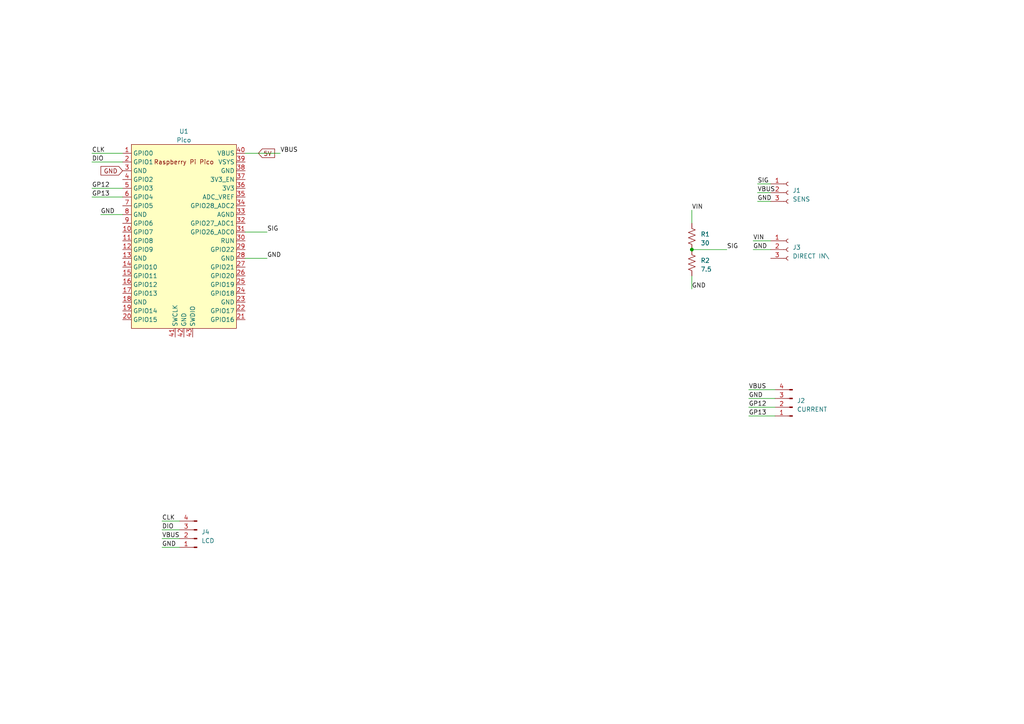
<source format=kicad_sch>
(kicad_sch (version 20230121) (generator eeschema)

  (uuid 9fd768c6-755a-4985-9eb1-b7d84e965d28)

  (paper "A4")

  (lib_symbols
    (symbol "Connector:Conn_01x03_Socket" (pin_names (offset 1.016) hide) (in_bom yes) (on_board yes)
      (property "Reference" "J" (at 0 5.08 0)
        (effects (font (size 1.27 1.27)))
      )
      (property "Value" "Conn_01x03_Socket" (at 0 -5.08 0)
        (effects (font (size 1.27 1.27)))
      )
      (property "Footprint" "" (at 0 0 0)
        (effects (font (size 1.27 1.27)) hide)
      )
      (property "Datasheet" "~" (at 0 0 0)
        (effects (font (size 1.27 1.27)) hide)
      )
      (property "ki_locked" "" (at 0 0 0)
        (effects (font (size 1.27 1.27)))
      )
      (property "ki_keywords" "connector" (at 0 0 0)
        (effects (font (size 1.27 1.27)) hide)
      )
      (property "ki_description" "Generic connector, single row, 01x03, script generated" (at 0 0 0)
        (effects (font (size 1.27 1.27)) hide)
      )
      (property "ki_fp_filters" "Connector*:*_1x??_*" (at 0 0 0)
        (effects (font (size 1.27 1.27)) hide)
      )
      (symbol "Conn_01x03_Socket_1_1"
        (arc (start 0 -2.032) (mid -0.5058 -2.54) (end 0 -3.048)
          (stroke (width 0.1524) (type default))
          (fill (type none))
        )
        (polyline
          (pts
            (xy -1.27 -2.54)
            (xy -0.508 -2.54)
          )
          (stroke (width 0.1524) (type default))
          (fill (type none))
        )
        (polyline
          (pts
            (xy -1.27 0)
            (xy -0.508 0)
          )
          (stroke (width 0.1524) (type default))
          (fill (type none))
        )
        (polyline
          (pts
            (xy -1.27 2.54)
            (xy -0.508 2.54)
          )
          (stroke (width 0.1524) (type default))
          (fill (type none))
        )
        (arc (start 0 0.508) (mid -0.5058 0) (end 0 -0.508)
          (stroke (width 0.1524) (type default))
          (fill (type none))
        )
        (arc (start 0 3.048) (mid -0.5058 2.54) (end 0 2.032)
          (stroke (width 0.1524) (type default))
          (fill (type none))
        )
        (pin passive line (at -5.08 2.54 0) (length 3.81)
          (name "Pin_1" (effects (font (size 1.27 1.27))))
          (number "1" (effects (font (size 1.27 1.27))))
        )
        (pin passive line (at -5.08 0 0) (length 3.81)
          (name "Pin_2" (effects (font (size 1.27 1.27))))
          (number "2" (effects (font (size 1.27 1.27))))
        )
        (pin passive line (at -5.08 -2.54 0) (length 3.81)
          (name "Pin_3" (effects (font (size 1.27 1.27))))
          (number "3" (effects (font (size 1.27 1.27))))
        )
      )
    )
    (symbol "Connector:Conn_01x04_Pin" (pin_names (offset 1.016) hide) (in_bom yes) (on_board yes)
      (property "Reference" "J" (at 0 5.08 0)
        (effects (font (size 1.27 1.27)))
      )
      (property "Value" "Conn_01x04_Pin" (at 0 -7.62 0)
        (effects (font (size 1.27 1.27)))
      )
      (property "Footprint" "" (at 0 0 0)
        (effects (font (size 1.27 1.27)) hide)
      )
      (property "Datasheet" "~" (at 0 0 0)
        (effects (font (size 1.27 1.27)) hide)
      )
      (property "ki_locked" "" (at 0 0 0)
        (effects (font (size 1.27 1.27)))
      )
      (property "ki_keywords" "connector" (at 0 0 0)
        (effects (font (size 1.27 1.27)) hide)
      )
      (property "ki_description" "Generic connector, single row, 01x04, script generated" (at 0 0 0)
        (effects (font (size 1.27 1.27)) hide)
      )
      (property "ki_fp_filters" "Connector*:*_1x??_*" (at 0 0 0)
        (effects (font (size 1.27 1.27)) hide)
      )
      (symbol "Conn_01x04_Pin_1_1"
        (polyline
          (pts
            (xy 1.27 -5.08)
            (xy 0.8636 -5.08)
          )
          (stroke (width 0.1524) (type default))
          (fill (type none))
        )
        (polyline
          (pts
            (xy 1.27 -2.54)
            (xy 0.8636 -2.54)
          )
          (stroke (width 0.1524) (type default))
          (fill (type none))
        )
        (polyline
          (pts
            (xy 1.27 0)
            (xy 0.8636 0)
          )
          (stroke (width 0.1524) (type default))
          (fill (type none))
        )
        (polyline
          (pts
            (xy 1.27 2.54)
            (xy 0.8636 2.54)
          )
          (stroke (width 0.1524) (type default))
          (fill (type none))
        )
        (rectangle (start 0.8636 -4.953) (end 0 -5.207)
          (stroke (width 0.1524) (type default))
          (fill (type outline))
        )
        (rectangle (start 0.8636 -2.413) (end 0 -2.667)
          (stroke (width 0.1524) (type default))
          (fill (type outline))
        )
        (rectangle (start 0.8636 0.127) (end 0 -0.127)
          (stroke (width 0.1524) (type default))
          (fill (type outline))
        )
        (rectangle (start 0.8636 2.667) (end 0 2.413)
          (stroke (width 0.1524) (type default))
          (fill (type outline))
        )
        (pin passive line (at 5.08 2.54 180) (length 3.81)
          (name "Pin_1" (effects (font (size 1.27 1.27))))
          (number "1" (effects (font (size 1.27 1.27))))
        )
        (pin passive line (at 5.08 0 180) (length 3.81)
          (name "Pin_2" (effects (font (size 1.27 1.27))))
          (number "2" (effects (font (size 1.27 1.27))))
        )
        (pin passive line (at 5.08 -2.54 180) (length 3.81)
          (name "Pin_3" (effects (font (size 1.27 1.27))))
          (number "3" (effects (font (size 1.27 1.27))))
        )
        (pin passive line (at 5.08 -5.08 180) (length 3.81)
          (name "Pin_4" (effects (font (size 1.27 1.27))))
          (number "4" (effects (font (size 1.27 1.27))))
        )
      )
    )
    (symbol "Device:R_US" (pin_numbers hide) (pin_names (offset 0)) (in_bom yes) (on_board yes)
      (property "Reference" "R" (at 2.54 0 90)
        (effects (font (size 1.27 1.27)))
      )
      (property "Value" "R_US" (at -2.54 0 90)
        (effects (font (size 1.27 1.27)))
      )
      (property "Footprint" "" (at 1.016 -0.254 90)
        (effects (font (size 1.27 1.27)) hide)
      )
      (property "Datasheet" "~" (at 0 0 0)
        (effects (font (size 1.27 1.27)) hide)
      )
      (property "ki_keywords" "R res resistor" (at 0 0 0)
        (effects (font (size 1.27 1.27)) hide)
      )
      (property "ki_description" "Resistor, US symbol" (at 0 0 0)
        (effects (font (size 1.27 1.27)) hide)
      )
      (property "ki_fp_filters" "R_*" (at 0 0 0)
        (effects (font (size 1.27 1.27)) hide)
      )
      (symbol "R_US_0_1"
        (polyline
          (pts
            (xy 0 -2.286)
            (xy 0 -2.54)
          )
          (stroke (width 0) (type default))
          (fill (type none))
        )
        (polyline
          (pts
            (xy 0 2.286)
            (xy 0 2.54)
          )
          (stroke (width 0) (type default))
          (fill (type none))
        )
        (polyline
          (pts
            (xy 0 -0.762)
            (xy 1.016 -1.143)
            (xy 0 -1.524)
            (xy -1.016 -1.905)
            (xy 0 -2.286)
          )
          (stroke (width 0) (type default))
          (fill (type none))
        )
        (polyline
          (pts
            (xy 0 0.762)
            (xy 1.016 0.381)
            (xy 0 0)
            (xy -1.016 -0.381)
            (xy 0 -0.762)
          )
          (stroke (width 0) (type default))
          (fill (type none))
        )
        (polyline
          (pts
            (xy 0 2.286)
            (xy 1.016 1.905)
            (xy 0 1.524)
            (xy -1.016 1.143)
            (xy 0 0.762)
          )
          (stroke (width 0) (type default))
          (fill (type none))
        )
      )
      (symbol "R_US_1_1"
        (pin passive line (at 0 3.81 270) (length 1.27)
          (name "~" (effects (font (size 1.27 1.27))))
          (number "1" (effects (font (size 1.27 1.27))))
        )
        (pin passive line (at 0 -3.81 90) (length 1.27)
          (name "~" (effects (font (size 1.27 1.27))))
          (number "2" (effects (font (size 1.27 1.27))))
        )
      )
    )
    (symbol "RPI PICO:Pico" (in_bom yes) (on_board yes)
      (property "Reference" "U" (at -13.97 27.94 0)
        (effects (font (size 1.27 1.27)))
      )
      (property "Value" "Pico" (at 0 19.05 0)
        (effects (font (size 1.27 1.27)))
      )
      (property "Footprint" "RPi_Pico:RPi_Pico_SMD_TH" (at 0 0 90)
        (effects (font (size 1.27 1.27)) hide)
      )
      (property "Datasheet" "" (at 0 0 0)
        (effects (font (size 1.27 1.27)) hide)
      )
      (symbol "Pico_0_0"
        (text "Raspberry Pi Pico" (at 0 21.59 0)
          (effects (font (size 1.27 1.27)))
        )
      )
      (symbol "Pico_0_1"
        (rectangle (start -15.24 26.67) (end 15.24 -26.67)
          (stroke (width 0) (type default))
          (fill (type background))
        )
      )
      (symbol "Pico_1_1"
        (pin bidirectional line (at -17.78 24.13 0) (length 2.54)
          (name "GPIO0" (effects (font (size 1.27 1.27))))
          (number "1" (effects (font (size 1.27 1.27))))
        )
        (pin bidirectional line (at -17.78 1.27 0) (length 2.54)
          (name "GPIO7" (effects (font (size 1.27 1.27))))
          (number "10" (effects (font (size 1.27 1.27))))
        )
        (pin bidirectional line (at -17.78 -1.27 0) (length 2.54)
          (name "GPIO8" (effects (font (size 1.27 1.27))))
          (number "11" (effects (font (size 1.27 1.27))))
        )
        (pin bidirectional line (at -17.78 -3.81 0) (length 2.54)
          (name "GPIO9" (effects (font (size 1.27 1.27))))
          (number "12" (effects (font (size 1.27 1.27))))
        )
        (pin power_in line (at -17.78 -6.35 0) (length 2.54)
          (name "GND" (effects (font (size 1.27 1.27))))
          (number "13" (effects (font (size 1.27 1.27))))
        )
        (pin bidirectional line (at -17.78 -8.89 0) (length 2.54)
          (name "GPIO10" (effects (font (size 1.27 1.27))))
          (number "14" (effects (font (size 1.27 1.27))))
        )
        (pin bidirectional line (at -17.78 -11.43 0) (length 2.54)
          (name "GPIO11" (effects (font (size 1.27 1.27))))
          (number "15" (effects (font (size 1.27 1.27))))
        )
        (pin bidirectional line (at -17.78 -13.97 0) (length 2.54)
          (name "GPIO12" (effects (font (size 1.27 1.27))))
          (number "16" (effects (font (size 1.27 1.27))))
        )
        (pin bidirectional line (at -17.78 -16.51 0) (length 2.54)
          (name "GPIO13" (effects (font (size 1.27 1.27))))
          (number "17" (effects (font (size 1.27 1.27))))
        )
        (pin power_in line (at -17.78 -19.05 0) (length 2.54)
          (name "GND" (effects (font (size 1.27 1.27))))
          (number "18" (effects (font (size 1.27 1.27))))
        )
        (pin bidirectional line (at -17.78 -21.59 0) (length 2.54)
          (name "GPIO14" (effects (font (size 1.27 1.27))))
          (number "19" (effects (font (size 1.27 1.27))))
        )
        (pin bidirectional line (at -17.78 21.59 0) (length 2.54)
          (name "GPIO1" (effects (font (size 1.27 1.27))))
          (number "2" (effects (font (size 1.27 1.27))))
        )
        (pin bidirectional line (at -17.78 -24.13 0) (length 2.54)
          (name "GPIO15" (effects (font (size 1.27 1.27))))
          (number "20" (effects (font (size 1.27 1.27))))
        )
        (pin bidirectional line (at 17.78 -24.13 180) (length 2.54)
          (name "GPIO16" (effects (font (size 1.27 1.27))))
          (number "21" (effects (font (size 1.27 1.27))))
        )
        (pin bidirectional line (at 17.78 -21.59 180) (length 2.54)
          (name "GPIO17" (effects (font (size 1.27 1.27))))
          (number "22" (effects (font (size 1.27 1.27))))
        )
        (pin power_in line (at 17.78 -19.05 180) (length 2.54)
          (name "GND" (effects (font (size 1.27 1.27))))
          (number "23" (effects (font (size 1.27 1.27))))
        )
        (pin bidirectional line (at 17.78 -16.51 180) (length 2.54)
          (name "GPIO18" (effects (font (size 1.27 1.27))))
          (number "24" (effects (font (size 1.27 1.27))))
        )
        (pin bidirectional line (at 17.78 -13.97 180) (length 2.54)
          (name "GPIO19" (effects (font (size 1.27 1.27))))
          (number "25" (effects (font (size 1.27 1.27))))
        )
        (pin bidirectional line (at 17.78 -11.43 180) (length 2.54)
          (name "GPIO20" (effects (font (size 1.27 1.27))))
          (number "26" (effects (font (size 1.27 1.27))))
        )
        (pin bidirectional line (at 17.78 -8.89 180) (length 2.54)
          (name "GPIO21" (effects (font (size 1.27 1.27))))
          (number "27" (effects (font (size 1.27 1.27))))
        )
        (pin power_in line (at 17.78 -6.35 180) (length 2.54)
          (name "GND" (effects (font (size 1.27 1.27))))
          (number "28" (effects (font (size 1.27 1.27))))
        )
        (pin bidirectional line (at 17.78 -3.81 180) (length 2.54)
          (name "GPIO22" (effects (font (size 1.27 1.27))))
          (number "29" (effects (font (size 1.27 1.27))))
        )
        (pin power_in line (at -17.78 19.05 0) (length 2.54)
          (name "GND" (effects (font (size 1.27 1.27))))
          (number "3" (effects (font (size 1.27 1.27))))
        )
        (pin input line (at 17.78 -1.27 180) (length 2.54)
          (name "RUN" (effects (font (size 1.27 1.27))))
          (number "30" (effects (font (size 1.27 1.27))))
        )
        (pin bidirectional line (at 17.78 1.27 180) (length 2.54)
          (name "GPIO26_ADC0" (effects (font (size 1.27 1.27))))
          (number "31" (effects (font (size 1.27 1.27))))
        )
        (pin bidirectional line (at 17.78 3.81 180) (length 2.54)
          (name "GPIO27_ADC1" (effects (font (size 1.27 1.27))))
          (number "32" (effects (font (size 1.27 1.27))))
        )
        (pin power_in line (at 17.78 6.35 180) (length 2.54)
          (name "AGND" (effects (font (size 1.27 1.27))))
          (number "33" (effects (font (size 1.27 1.27))))
        )
        (pin bidirectional line (at 17.78 8.89 180) (length 2.54)
          (name "GPIO28_ADC2" (effects (font (size 1.27 1.27))))
          (number "34" (effects (font (size 1.27 1.27))))
        )
        (pin power_in line (at 17.78 11.43 180) (length 2.54)
          (name "ADC_VREF" (effects (font (size 1.27 1.27))))
          (number "35" (effects (font (size 1.27 1.27))))
        )
        (pin power_in line (at 17.78 13.97 180) (length 2.54)
          (name "3V3" (effects (font (size 1.27 1.27))))
          (number "36" (effects (font (size 1.27 1.27))))
        )
        (pin input line (at 17.78 16.51 180) (length 2.54)
          (name "3V3_EN" (effects (font (size 1.27 1.27))))
          (number "37" (effects (font (size 1.27 1.27))))
        )
        (pin bidirectional line (at 17.78 19.05 180) (length 2.54)
          (name "GND" (effects (font (size 1.27 1.27))))
          (number "38" (effects (font (size 1.27 1.27))))
        )
        (pin power_in line (at 17.78 21.59 180) (length 2.54)
          (name "VSYS" (effects (font (size 1.27 1.27))))
          (number "39" (effects (font (size 1.27 1.27))))
        )
        (pin bidirectional line (at -17.78 16.51 0) (length 2.54)
          (name "GPIO2" (effects (font (size 1.27 1.27))))
          (number "4" (effects (font (size 1.27 1.27))))
        )
        (pin power_in line (at 17.78 24.13 180) (length 2.54)
          (name "VBUS" (effects (font (size 1.27 1.27))))
          (number "40" (effects (font (size 1.27 1.27))))
        )
        (pin input line (at -2.54 -29.21 90) (length 2.54)
          (name "SWCLK" (effects (font (size 1.27 1.27))))
          (number "41" (effects (font (size 1.27 1.27))))
        )
        (pin power_in line (at 0 -29.21 90) (length 2.54)
          (name "GND" (effects (font (size 1.27 1.27))))
          (number "42" (effects (font (size 1.27 1.27))))
        )
        (pin bidirectional line (at 2.54 -29.21 90) (length 2.54)
          (name "SWDIO" (effects (font (size 1.27 1.27))))
          (number "43" (effects (font (size 1.27 1.27))))
        )
        (pin bidirectional line (at -17.78 13.97 0) (length 2.54)
          (name "GPIO3" (effects (font (size 1.27 1.27))))
          (number "5" (effects (font (size 1.27 1.27))))
        )
        (pin bidirectional line (at -17.78 11.43 0) (length 2.54)
          (name "GPIO4" (effects (font (size 1.27 1.27))))
          (number "6" (effects (font (size 1.27 1.27))))
        )
        (pin bidirectional line (at -17.78 8.89 0) (length 2.54)
          (name "GPIO5" (effects (font (size 1.27 1.27))))
          (number "7" (effects (font (size 1.27 1.27))))
        )
        (pin power_in line (at -17.78 6.35 0) (length 2.54)
          (name "GND" (effects (font (size 1.27 1.27))))
          (number "8" (effects (font (size 1.27 1.27))))
        )
        (pin bidirectional line (at -17.78 3.81 0) (length 2.54)
          (name "GPIO6" (effects (font (size 1.27 1.27))))
          (number "9" (effects (font (size 1.27 1.27))))
        )
      )
    )
  )

  (junction (at 200.66 72.39) (diameter 0) (color 0 0 0 0)
    (uuid 9aec0785-66ea-4ecc-8e64-9f1868b07bc5)
  )

  (wire (pts (xy 217.17 120.65) (xy 224.79 120.65))
    (stroke (width 0) (type default))
    (uuid 0107b5fc-46bf-40a2-9f11-bf71055c325b)
  )
  (wire (pts (xy 219.71 55.88) (xy 223.52 55.88))
    (stroke (width 0) (type default))
    (uuid 011069fa-43cc-4a3e-a040-ffb5fde72296)
  )
  (wire (pts (xy 71.12 44.45) (xy 81.28 44.45))
    (stroke (width 0) (type default))
    (uuid 024103d6-ad0d-4e39-b764-4befed954f94)
  )
  (wire (pts (xy 218.44 72.39) (xy 223.52 72.39))
    (stroke (width 0) (type default))
    (uuid 03ba29a5-3546-4d6e-b760-86f969f3df85)
  )
  (wire (pts (xy 26.67 57.15) (xy 35.56 57.15))
    (stroke (width 0) (type default))
    (uuid 136921cc-0e4a-4849-9b8e-4768f81207f5)
  )
  (wire (pts (xy 200.66 72.39) (xy 210.82 72.39))
    (stroke (width 0) (type default))
    (uuid 1926c813-63ed-466f-8c35-cdbe5701d792)
  )
  (wire (pts (xy 218.44 69.85) (xy 223.52 69.85))
    (stroke (width 0) (type default))
    (uuid 210de0a7-cf3e-4d88-baf2-194b753811df)
  )
  (wire (pts (xy 26.67 54.61) (xy 35.56 54.61))
    (stroke (width 0) (type default))
    (uuid 50e9a2d5-3127-4bc0-aba9-a68b13e44ef2)
  )
  (wire (pts (xy 71.12 67.31) (xy 77.47 67.31))
    (stroke (width 0) (type default))
    (uuid 5cc1b75a-8381-4a38-b3b3-6f54bc6104d3)
  )
  (wire (pts (xy 26.67 44.45) (xy 35.56 44.45))
    (stroke (width 0) (type default))
    (uuid 5f849d9e-f91e-4e01-b40c-17818fd88b1a)
  )
  (wire (pts (xy 217.17 118.11) (xy 224.79 118.11))
    (stroke (width 0) (type default))
    (uuid 667681cb-8692-464b-8d8a-fdadaa88ed73)
  )
  (wire (pts (xy 200.66 60.96) (xy 200.66 64.77))
    (stroke (width 0) (type default))
    (uuid 6783be73-d4f6-4209-8b6f-2277c7bd1768)
  )
  (wire (pts (xy 46.99 158.75) (xy 52.07 158.75))
    (stroke (width 0) (type default))
    (uuid 7d88b21c-aadf-4f0a-82d1-f4bf43655c2d)
  )
  (wire (pts (xy 29.21 62.23) (xy 35.56 62.23))
    (stroke (width 0) (type default))
    (uuid 939269a4-2b94-4550-967b-dc40606e7cb2)
  )
  (wire (pts (xy 217.17 115.57) (xy 224.79 115.57))
    (stroke (width 0) (type default))
    (uuid 9d54ae90-08ea-4790-9cc1-ffcde46a042a)
  )
  (wire (pts (xy 71.12 74.93) (xy 77.47 74.93))
    (stroke (width 0) (type default))
    (uuid abbedf52-4d1d-4ae9-be01-b8b56a69d26e)
  )
  (wire (pts (xy 217.17 113.03) (xy 224.79 113.03))
    (stroke (width 0) (type default))
    (uuid b4d18d66-3ffb-437f-be14-b0e3869c04bc)
  )
  (wire (pts (xy 46.99 153.67) (xy 52.07 153.67))
    (stroke (width 0) (type default))
    (uuid d08766fe-b4b3-42c7-ac59-fe25e6577c4a)
  )
  (wire (pts (xy 200.66 80.01) (xy 200.66 83.82))
    (stroke (width 0) (type default))
    (uuid d33a34cf-5224-4f9b-89d4-1279d254d36f)
  )
  (wire (pts (xy 219.71 53.34) (xy 223.52 53.34))
    (stroke (width 0) (type default))
    (uuid d646a571-3a7a-4b33-8d84-6a1fc3f3dea7)
  )
  (wire (pts (xy 219.71 58.42) (xy 223.52 58.42))
    (stroke (width 0) (type default))
    (uuid d6e8b84e-5d62-4e7a-9b0f-83da1282a166)
  )
  (wire (pts (xy 26.67 46.99) (xy 35.56 46.99))
    (stroke (width 0) (type default))
    (uuid e8c108a7-dc1d-4962-b656-3477869d2d48)
  )
  (wire (pts (xy 46.99 156.21) (xy 52.07 156.21))
    (stroke (width 0) (type default))
    (uuid e964a5b1-d283-497d-ae9d-bf725c179146)
  )
  (wire (pts (xy 46.99 151.13) (xy 52.07 151.13))
    (stroke (width 0) (type default))
    (uuid f2c109ab-4452-407c-9b98-a9e7ae83fe82)
  )

  (label "GND" (at 219.71 58.42 0) (fields_autoplaced)
    (effects (font (size 1.27 1.27)) (justify left bottom))
    (uuid 03a12817-d278-4827-a1db-cb2e560c7bc8)
  )
  (label "SIG" (at 77.47 67.31 0) (fields_autoplaced)
    (effects (font (size 1.27 1.27)) (justify left bottom))
    (uuid 101450c6-75b9-4891-a11e-94087572b1f8)
  )
  (label "GND" (at 217.17 115.57 0) (fields_autoplaced)
    (effects (font (size 1.27 1.27)) (justify left bottom))
    (uuid 30491659-2f4a-4095-b77f-f6340524e10c)
  )
  (label "SIG" (at 210.82 72.39 0) (fields_autoplaced)
    (effects (font (size 1.27 1.27)) (justify left bottom))
    (uuid 35fcf893-e8ae-49e4-a94f-15c0578626a2)
  )
  (label "GP12" (at 26.67 54.61 0) (fields_autoplaced)
    (effects (font (size 1.27 1.27)) (justify left bottom))
    (uuid 37c18416-3478-41c3-a6f1-9ba6a19977a6)
  )
  (label "VBUS" (at 219.71 55.88 0) (fields_autoplaced)
    (effects (font (size 1.27 1.27)) (justify left bottom))
    (uuid 4694cd69-a0b6-48ff-bf36-35e8dd4f2c39)
  )
  (label "GP13" (at 217.17 120.65 0) (fields_autoplaced)
    (effects (font (size 1.27 1.27)) (justify left bottom))
    (uuid 6c973494-e1e7-4ada-bbb7-93fb3fb9c12b)
  )
  (label "GND" (at 77.47 74.93 0) (fields_autoplaced)
    (effects (font (size 1.27 1.27)) (justify left bottom))
    (uuid 6d0fd4b3-1b72-49f2-bb76-29035ceef944)
  )
  (label "VBUS" (at 217.17 113.03 0) (fields_autoplaced)
    (effects (font (size 1.27 1.27)) (justify left bottom))
    (uuid 76ed1d82-ef29-47ee-b12a-d14f85f67092)
  )
  (label "GND" (at 218.44 72.39 0) (fields_autoplaced)
    (effects (font (size 1.27 1.27)) (justify left bottom))
    (uuid 7ea993e0-6adb-4981-b5b8-25defca779db)
  )
  (label "GP12" (at 217.17 118.11 0) (fields_autoplaced)
    (effects (font (size 1.27 1.27)) (justify left bottom))
    (uuid 97c7747c-4c9d-458e-8410-468426cd2647)
  )
  (label "GP13" (at 26.67 57.15 0) (fields_autoplaced)
    (effects (font (size 1.27 1.27)) (justify left bottom))
    (uuid a2a77d3f-77da-4286-bace-643718f10079)
  )
  (label "GND" (at 46.99 158.75 0) (fields_autoplaced)
    (effects (font (size 1.27 1.27)) (justify left bottom))
    (uuid be5227b7-e17e-40d2-b047-659986cb24e9)
  )
  (label "CLK" (at 26.67 44.45 0) (fields_autoplaced)
    (effects (font (size 1.27 1.27)) (justify left bottom))
    (uuid c24386de-1870-41ed-8042-9031875d25c3)
  )
  (label "GND" (at 200.66 83.82 0) (fields_autoplaced)
    (effects (font (size 1.27 1.27)) (justify left bottom))
    (uuid cad0c507-003b-4af0-bfe6-4001ea0256c5)
  )
  (label "SIG" (at 219.71 53.34 0) (fields_autoplaced)
    (effects (font (size 1.27 1.27)) (justify left bottom))
    (uuid cae2224e-1ca1-42e0-a762-ecb9d50acdb9)
  )
  (label "DIO" (at 46.99 153.67 0) (fields_autoplaced)
    (effects (font (size 1.27 1.27)) (justify left bottom))
    (uuid cd545781-7550-4d85-992f-e683bc47693c)
  )
  (label "GND" (at 29.21 62.23 0) (fields_autoplaced)
    (effects (font (size 1.27 1.27)) (justify left bottom))
    (uuid d098dd45-452c-48e0-b97e-ac68178b003d)
  )
  (label "CLK" (at 46.99 151.13 0) (fields_autoplaced)
    (effects (font (size 1.27 1.27)) (justify left bottom))
    (uuid d9ec02c7-c3c7-4f47-bc06-94ce52efd43f)
  )
  (label "VBUS" (at 46.99 156.21 0) (fields_autoplaced)
    (effects (font (size 1.27 1.27)) (justify left bottom))
    (uuid dc651b36-150a-460a-8541-5e00bc3dff3f)
  )
  (label "VIN" (at 218.44 69.85 0) (fields_autoplaced)
    (effects (font (size 1.27 1.27)) (justify left bottom))
    (uuid dffe287a-e8cb-4761-84c1-f566ac0098b2)
  )
  (label "VIN" (at 200.66 60.96 0) (fields_autoplaced)
    (effects (font (size 1.27 1.27)) (justify left bottom))
    (uuid eafa8a7c-eb38-45f8-bb47-a2bed0fec627)
  )
  (label "VBUS" (at 81.28 44.45 0) (fields_autoplaced)
    (effects (font (size 1.27 1.27)) (justify left bottom))
    (uuid ebedb83f-6368-4f47-9e8d-10cc6283a8ca)
  )
  (label "DIO" (at 26.67 46.99 0) (fields_autoplaced)
    (effects (font (size 1.27 1.27)) (justify left bottom))
    (uuid fb725b18-a7d8-4370-b25b-ebbb49dfa940)
  )

  (global_label "GND" (shape input) (at 35.56 49.53 180) (fields_autoplaced)
    (effects (font (size 1.27 1.27)) (justify right))
    (uuid 2376e5e0-b514-4d65-930e-3fe2256ac7e5)
    (property "Intersheetrefs" "${INTERSHEET_REFS}" (at 28.7837 49.53 0)
      (effects (font (size 1.27 1.27)) (justify right) hide)
    )
  )
  (global_label "5V" (shape input) (at 74.93 44.45 0) (fields_autoplaced)
    (effects (font (size 1.27 1.27)) (justify left))
    (uuid a975e1ac-7276-403f-8f05-35b32c695d26)
    (property "Intersheetrefs" "${INTERSHEET_REFS}" (at 80.1339 44.45 0)
      (effects (font (size 1.27 1.27)) (justify left) hide)
    )
  )

  (symbol (lib_id "Connector:Conn_01x04_Pin") (at 57.15 156.21 180) (unit 1)
    (in_bom yes) (on_board yes) (dnp no) (fields_autoplaced)
    (uuid 29c094f9-04b1-4488-aef9-9d9ca57cfb3e)
    (property "Reference" "J4" (at 58.42 154.305 0)
      (effects (font (size 1.27 1.27)) (justify right))
    )
    (property "Value" "LCD" (at 58.42 156.845 0)
      (effects (font (size 1.27 1.27)) (justify right))
    )
    (property "Footprint" "Connector_PinSocket_2.54mm:PinSocket_1x04_P2.54mm_Vertical" (at 57.15 156.21 0)
      (effects (font (size 1.27 1.27)) hide)
    )
    (property "Datasheet" "~" (at 57.15 156.21 0)
      (effects (font (size 1.27 1.27)) hide)
    )
    (pin "1" (uuid 3df3dcd2-15ed-4060-bcb6-ec92d6d28f36))
    (pin "2" (uuid d9289b36-a42d-44cb-8f40-8e5ba06f6584))
    (pin "3" (uuid fd5a28c7-af63-4089-bf18-456a07b73dc5))
    (pin "4" (uuid 6a4325ab-02ed-4715-823b-320e6e582a3c))
    (instances
      (project "voltmeter-pcb"
        (path "/9fd768c6-755a-4985-9eb1-b7d84e965d28"
          (reference "J4") (unit 1)
        )
      )
    )
  )

  (symbol (lib_id "Connector:Conn_01x04_Pin") (at 229.87 118.11 180) (unit 1)
    (in_bom yes) (on_board yes) (dnp no) (fields_autoplaced)
    (uuid 58e67a55-fc0b-4821-bfc7-1365d3ae1ea4)
    (property "Reference" "J2" (at 231.14 116.205 0)
      (effects (font (size 1.27 1.27)) (justify right))
    )
    (property "Value" "CURRENT" (at 231.14 118.745 0)
      (effects (font (size 1.27 1.27)) (justify right))
    )
    (property "Footprint" "Connector_PinSocket_2.54mm:PinSocket_1x04_P2.54mm_Vertical" (at 229.87 118.11 0)
      (effects (font (size 1.27 1.27)) hide)
    )
    (property "Datasheet" "~" (at 229.87 118.11 0)
      (effects (font (size 1.27 1.27)) hide)
    )
    (pin "1" (uuid 683526a4-6eee-4056-899d-92953fbace12))
    (pin "2" (uuid 55d3d4ad-2663-4ce9-ae18-5cba5280a840))
    (pin "3" (uuid 85fdca41-78e3-4080-a47e-04ca59ab2a64))
    (pin "4" (uuid 8855a691-0fe7-4ddc-85ee-cec6617282ab))
    (instances
      (project "voltmeter-pcb"
        (path "/9fd768c6-755a-4985-9eb1-b7d84e965d28"
          (reference "J2") (unit 1)
        )
      )
    )
  )

  (symbol (lib_id "Connector:Conn_01x03_Socket") (at 228.6 72.39 0) (unit 1)
    (in_bom yes) (on_board yes) (dnp no) (fields_autoplaced)
    (uuid 9e12a669-891a-48e8-af45-e1465faeb3d8)
    (property "Reference" "J3" (at 229.87 71.755 0)
      (effects (font (size 1.27 1.27)) (justify left))
    )
    (property "Value" "DIRECT IN\\" (at 229.87 74.295 0)
      (effects (font (size 1.27 1.27)) (justify left))
    )
    (property "Footprint" "Connector_PinSocket_2.54mm:PinSocket_1x02_P2.54mm_Vertical" (at 228.6 72.39 0)
      (effects (font (size 1.27 1.27)) hide)
    )
    (property "Datasheet" "~" (at 228.6 72.39 0)
      (effects (font (size 1.27 1.27)) hide)
    )
    (pin "1" (uuid 3f91326c-a9f5-48c5-a27f-008370143c3e))
    (pin "2" (uuid fc81034b-9863-4974-8964-856108187985))
    (pin "3" (uuid ececd6e3-c19e-47cd-8d59-e216cc67d44b))
    (instances
      (project "voltmeter-pcb"
        (path "/9fd768c6-755a-4985-9eb1-b7d84e965d28"
          (reference "J3") (unit 1)
        )
      )
    )
  )

  (symbol (lib_id "Device:R_US") (at 200.66 76.2 0) (unit 1)
    (in_bom yes) (on_board yes) (dnp no) (fields_autoplaced)
    (uuid b394c12d-1ffa-4f2f-b013-e504a91fdc8f)
    (property "Reference" "R2" (at 203.2 75.565 0)
      (effects (font (size 1.27 1.27)) (justify left))
    )
    (property "Value" "7.5" (at 203.2 78.105 0)
      (effects (font (size 1.27 1.27)) (justify left))
    )
    (property "Footprint" "Resistor_SMD:R_1206_3216Metric" (at 201.676 76.454 90)
      (effects (font (size 1.27 1.27)) hide)
    )
    (property "Datasheet" "~" (at 200.66 76.2 0)
      (effects (font (size 1.27 1.27)) hide)
    )
    (pin "1" (uuid 86256a71-6035-4c41-a64c-d975461e7d7e))
    (pin "2" (uuid de7fd29b-1c0f-4d52-b61c-9bd03c74b508))
    (instances
      (project "voltmeter-pcb"
        (path "/9fd768c6-755a-4985-9eb1-b7d84e965d28"
          (reference "R2") (unit 1)
        )
      )
    )
  )

  (symbol (lib_id "RPI PICO:Pico") (at 53.34 68.58 0) (unit 1)
    (in_bom yes) (on_board yes) (dnp no) (fields_autoplaced)
    (uuid b586de96-4a71-48c1-831d-8556c97973ea)
    (property "Reference" "U1" (at 53.34 38.1 0)
      (effects (font (size 1.27 1.27)))
    )
    (property "Value" "Pico" (at 53.34 40.64 0)
      (effects (font (size 1.27 1.27)))
    )
    (property "Footprint" "RPI PICO:RPi_Pico_SMD_TH" (at 53.34 68.58 90)
      (effects (font (size 1.27 1.27)) hide)
    )
    (property "Datasheet" "" (at 53.34 68.58 0)
      (effects (font (size 1.27 1.27)) hide)
    )
    (pin "1" (uuid 0bdfab51-0ec8-4f81-b537-90f798ac2e2e))
    (pin "10" (uuid 631da32a-4915-4bd6-bef4-88e75c48a775))
    (pin "11" (uuid 1c5f2ef1-a0b6-4135-8952-d9026735492e))
    (pin "12" (uuid 35d3bdf8-e87c-4c43-83e7-3d2f940c7247))
    (pin "13" (uuid daabb1ee-c944-4fe8-96aa-6c9e66109d9b))
    (pin "14" (uuid 374c725e-4c13-4a3c-b14a-0e3a02f621f1))
    (pin "15" (uuid 7c78d7e4-6c35-45a5-b87b-75fe87fb9057))
    (pin "16" (uuid 23c4eb38-6758-4214-9115-45980572f23e))
    (pin "17" (uuid fce81cd2-7f0e-4600-b216-34f4976d7b05))
    (pin "18" (uuid d78a2288-6164-4a66-9455-5c1b72b4f7f1))
    (pin "19" (uuid fe10c746-7017-40fe-a612-2b7db04fe662))
    (pin "2" (uuid 83671a77-eb73-4446-a9f0-08cdc3d3d4a7))
    (pin "20" (uuid 79059491-273d-4021-b767-bc64af5c91f2))
    (pin "21" (uuid 30ca1235-6b99-48d4-ab93-8608f08bc367))
    (pin "22" (uuid 7039f236-67ec-4230-8c5a-482d08378890))
    (pin "23" (uuid da230e0b-b261-4665-b997-d51a1704cc18))
    (pin "24" (uuid e5b2f8a4-572d-4f1a-acc7-73636cc5226b))
    (pin "25" (uuid 10c233c4-8bb3-4246-9c50-0ff0b444bb53))
    (pin "26" (uuid d5e705e7-14dd-4d5f-9a08-652f3cf9b466))
    (pin "27" (uuid 8d1a6188-88c0-4fcd-81ff-e8561f7839c4))
    (pin "28" (uuid a0b8e632-618b-4dd1-8e5b-8243bb117a3f))
    (pin "29" (uuid 474f55e5-0624-4a4d-8120-1d0b838c6bcc))
    (pin "3" (uuid b4766b4f-4f5f-460d-80d5-4e97ef9091f3))
    (pin "30" (uuid 7e47ea2c-f453-400b-8de4-8840edd9354d))
    (pin "31" (uuid 04f2d0bd-f739-4930-817a-5bea108b029b))
    (pin "32" (uuid b322b83d-8577-48ad-83e2-11c8a50323da))
    (pin "33" (uuid df5a293c-5dba-40b3-969b-2b2eb50e8553))
    (pin "34" (uuid 4fe54f3e-e7ea-4da9-9b7c-da9bd114f163))
    (pin "35" (uuid 0ef69f2a-7561-47ed-b425-1702a856f34c))
    (pin "36" (uuid 0373e166-cf3c-450b-ac59-edc29de65fe9))
    (pin "37" (uuid 805d6f89-85f5-4f21-a1b6-0d198b67e1d1))
    (pin "38" (uuid e50c2fc7-ad28-4b87-8d95-db2dbb619876))
    (pin "39" (uuid 6222e31c-c108-439c-a15f-31b57fc5e8c2))
    (pin "4" (uuid 433dd80e-5dac-42e5-8549-567edc0037fc))
    (pin "40" (uuid 41a97eb8-43d1-4df0-b63a-5d57909711dd))
    (pin "41" (uuid 0466195a-bc24-414e-84f2-812d85687209))
    (pin "42" (uuid e9df21ba-19d9-450a-a6bf-a2d605c4a0ed))
    (pin "43" (uuid 5fd23be5-6e08-4b15-86ec-63ac0c1d62e5))
    (pin "5" (uuid 19dbe214-906d-43b3-b365-fd9696038cc2))
    (pin "6" (uuid 9333bc4e-2daf-477b-8e61-4e39e0927086))
    (pin "7" (uuid f8c45c0f-b520-48a1-a267-a070a7c8efc4))
    (pin "8" (uuid 9e637b0b-aa38-453e-843c-fe207933cc46))
    (pin "9" (uuid 553a6169-c568-4056-92fc-462f8ee4a1c6))
    (instances
      (project "voltmeter-pcb"
        (path "/9fd768c6-755a-4985-9eb1-b7d84e965d28"
          (reference "U1") (unit 1)
        )
      )
    )
  )

  (symbol (lib_id "Connector:Conn_01x03_Socket") (at 228.6 55.88 0) (unit 1)
    (in_bom yes) (on_board yes) (dnp no) (fields_autoplaced)
    (uuid b9406d8d-3d7b-4389-a16d-b1ace4295ce6)
    (property "Reference" "J1" (at 229.87 55.245 0)
      (effects (font (size 1.27 1.27)) (justify left))
    )
    (property "Value" "SENS" (at 229.87 57.785 0)
      (effects (font (size 1.27 1.27)) (justify left))
    )
    (property "Footprint" "Connector_PinSocket_2.54mm:PinSocket_1x03_P2.54mm_Vertical" (at 228.6 55.88 0)
      (effects (font (size 1.27 1.27)) hide)
    )
    (property "Datasheet" "~" (at 228.6 55.88 0)
      (effects (font (size 1.27 1.27)) hide)
    )
    (pin "1" (uuid ef51150e-d85c-4dc4-b9c2-b6625681d1c2))
    (pin "2" (uuid 82307ef3-5f36-43ec-ab3f-64673a05c6a3))
    (pin "3" (uuid 1b60ef2e-af0d-40ed-993e-f02d56751ec5))
    (instances
      (project "voltmeter-pcb"
        (path "/9fd768c6-755a-4985-9eb1-b7d84e965d28"
          (reference "J1") (unit 1)
        )
      )
    )
  )

  (symbol (lib_id "Device:R_US") (at 200.66 68.58 0) (unit 1)
    (in_bom yes) (on_board yes) (dnp no) (fields_autoplaced)
    (uuid d6bd244c-bfa4-44f3-a669-4933d4058720)
    (property "Reference" "R1" (at 203.2 67.945 0)
      (effects (font (size 1.27 1.27)) (justify left))
    )
    (property "Value" "30" (at 203.2 70.485 0)
      (effects (font (size 1.27 1.27)) (justify left))
    )
    (property "Footprint" "Resistor_SMD:R_1206_3216Metric" (at 201.676 68.834 90)
      (effects (font (size 1.27 1.27)) hide)
    )
    (property "Datasheet" "~" (at 200.66 68.58 0)
      (effects (font (size 1.27 1.27)) hide)
    )
    (pin "1" (uuid f3a8ff4e-587f-46d9-a502-af8295554803))
    (pin "2" (uuid 3826a49a-8079-430f-8ff1-398cb0dd73fe))
    (instances
      (project "voltmeter-pcb"
        (path "/9fd768c6-755a-4985-9eb1-b7d84e965d28"
          (reference "R1") (unit 1)
        )
      )
    )
  )

  (sheet_instances
    (path "/" (page "1"))
  )
)

</source>
